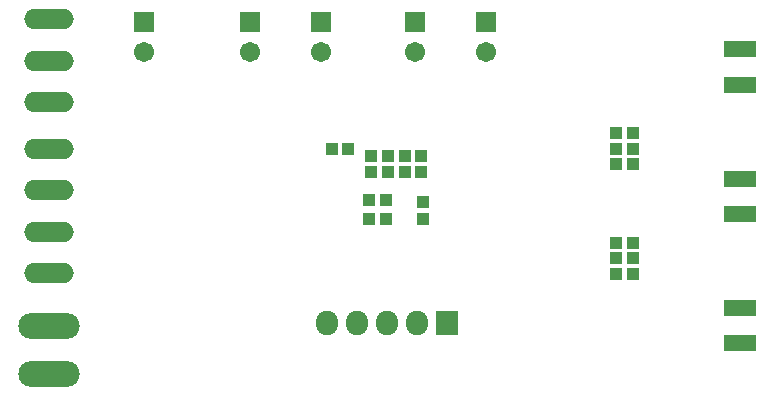
<source format=gbs>
G04*
G04 #@! TF.GenerationSoftware,Altium Limited,Altium Designer,19.0.15 (446)*
G04*
G04 Layer_Color=16711935*
%FSTAX24Y24*%
%MOIN*%
G70*
G01*
G75*
%ADD37R,0.1064X0.0552*%
%ADD39R,0.0434X0.0395*%
%ADD40R,0.0395X0.0434*%
%ADD44C,0.0671*%
%ADD53R,0.0671X0.0671*%
%ADD54O,0.2049X0.0867*%
%ADD55O,0.1655X0.0671*%
%ADD56O,0.0730X0.0830*%
%ADD57R,0.0730X0.0830*%
D37*
X040521Y016622D02*
D03*
Y015441D02*
D03*
Y020933D02*
D03*
Y019752D02*
D03*
Y025244D02*
D03*
Y024063D02*
D03*
D39*
X028239Y021154D02*
D03*
Y021705D02*
D03*
X028794Y021705D02*
D03*
Y021154D02*
D03*
X029346Y021705D02*
D03*
Y021154D02*
D03*
X029893Y021154D02*
D03*
Y021705D02*
D03*
X029944Y020146D02*
D03*
Y019594D02*
D03*
D40*
X027476Y021906D02*
D03*
X026924D02*
D03*
X028724Y019587D02*
D03*
X028172D02*
D03*
X028724Y020224D02*
D03*
X028172D02*
D03*
X036955Y017766D02*
D03*
X036404D02*
D03*
X036404Y018277D02*
D03*
X036955D02*
D03*
X036404Y018789D02*
D03*
X036955D02*
D03*
X036956Y021423D02*
D03*
X036405D02*
D03*
X036405Y022447D02*
D03*
X036956D02*
D03*
X036405Y021935D02*
D03*
X036956D02*
D03*
D44*
X020649Y025157D02*
D03*
X024192D02*
D03*
X026554D02*
D03*
X029704D02*
D03*
X032066D02*
D03*
D53*
X020649Y026157D02*
D03*
X024192D02*
D03*
X026554D02*
D03*
X029704D02*
D03*
X032066D02*
D03*
D54*
X017499Y014437D02*
D03*
Y016012D02*
D03*
D55*
Y026248D02*
D03*
Y02487D02*
D03*
Y023492D02*
D03*
Y019161D02*
D03*
Y021917D02*
D03*
Y017783D02*
D03*
Y020539D02*
D03*
D56*
X027755Y016106D02*
D03*
X029745D02*
D03*
X028765D02*
D03*
X026745D02*
D03*
D57*
X030755D02*
D03*
M02*

</source>
